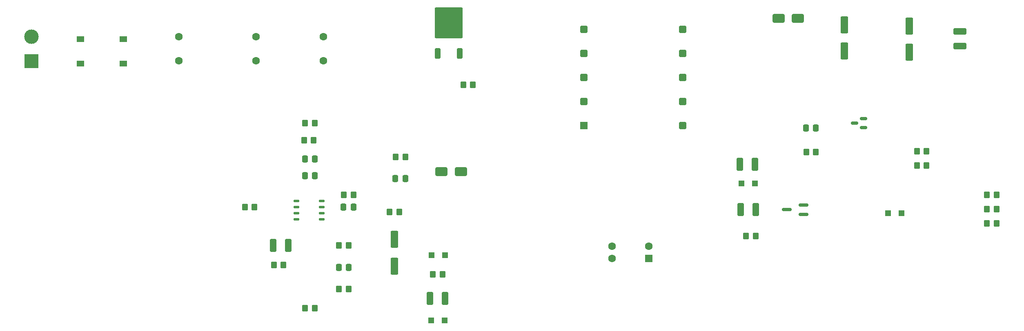
<source format=gbr>
%TF.GenerationSoftware,KiCad,Pcbnew,9.0.1*%
%TF.CreationDate,2025-04-24T14:38:41+02:00*%
%TF.ProjectId,flyback,666c7962-6163-46b2-9e6b-696361645f70,rev?*%
%TF.SameCoordinates,Original*%
%TF.FileFunction,Soldermask,Top*%
%TF.FilePolarity,Negative*%
%FSLAX46Y46*%
G04 Gerber Fmt 4.6, Leading zero omitted, Abs format (unit mm)*
G04 Created by KiCad (PCBNEW 9.0.1) date 2025-04-24 14:38:41*
%MOMM*%
%LPD*%
G01*
G04 APERTURE LIST*
G04 Aperture macros list*
%AMRoundRect*
0 Rectangle with rounded corners*
0 $1 Rounding radius*
0 $2 $3 $4 $5 $6 $7 $8 $9 X,Y pos of 4 corners*
0 Add a 4 corners polygon primitive as box body*
4,1,4,$2,$3,$4,$5,$6,$7,$8,$9,$2,$3,0*
0 Add four circle primitives for the rounded corners*
1,1,$1+$1,$2,$3*
1,1,$1+$1,$4,$5*
1,1,$1+$1,$6,$7*
1,1,$1+$1,$8,$9*
0 Add four rect primitives between the rounded corners*
20,1,$1+$1,$2,$3,$4,$5,0*
20,1,$1+$1,$4,$5,$6,$7,0*
20,1,$1+$1,$6,$7,$8,$9,0*
20,1,$1+$1,$8,$9,$2,$3,0*%
G04 Aperture macros list end*
%ADD10O,1.250000X0.549999*%
%ADD11RoundRect,0.250000X-0.337500X-0.475000X0.337500X-0.475000X0.337500X0.475000X-0.337500X0.475000X0*%
%ADD12RoundRect,0.250000X-0.350000X-0.450000X0.350000X-0.450000X0.350000X0.450000X-0.350000X0.450000X0*%
%ADD13RoundRect,0.150000X0.587500X0.150000X-0.587500X0.150000X-0.587500X-0.150000X0.587500X-0.150000X0*%
%ADD14RoundRect,0.250000X0.350000X0.450000X-0.350000X0.450000X-0.350000X-0.450000X0.350000X-0.450000X0*%
%ADD15C,1.600000*%
%ADD16RoundRect,0.250000X0.550000X0.550000X-0.550000X0.550000X-0.550000X-0.550000X0.550000X-0.550000X0*%
%ADD17RoundRect,0.250000X0.412500X1.100000X-0.412500X1.100000X-0.412500X-1.100000X0.412500X-1.100000X0*%
%ADD18RoundRect,0.250000X-0.550000X1.500000X-0.550000X-1.500000X0.550000X-1.500000X0.550000X1.500000X0*%
%ADD19RoundRect,0.250000X-0.412500X-1.100000X0.412500X-1.100000X0.412500X1.100000X-0.412500X1.100000X0*%
%ADD20R,1.200000X1.200000*%
%ADD21RoundRect,0.250000X-1.100000X0.412500X-1.100000X-0.412500X1.100000X-0.412500X1.100000X0.412500X0*%
%ADD22RoundRect,0.225000X-0.525000X-0.525000X0.525000X-0.525000X0.525000X0.525000X-0.525000X0.525000X0*%
%ADD23R,1.500000X1.500000*%
%ADD24RoundRect,0.162500X0.837500X0.162500X-0.837500X0.162500X-0.837500X-0.162500X0.837500X-0.162500X0*%
%ADD25RoundRect,0.250000X-1.000000X-0.650000X1.000000X-0.650000X1.000000X0.650000X-1.000000X0.650000X0*%
%ADD26R,3.000000X3.000000*%
%ADD27C,3.000000*%
%ADD28RoundRect,0.250000X0.350000X-0.850000X0.350000X0.850000X-0.350000X0.850000X-0.350000X-0.850000X0*%
%ADD29RoundRect,0.249997X2.650003X-2.950003X2.650003X2.950003X-2.650003X2.950003X-2.650003X-2.950003X0*%
%ADD30R,1.500000X1.300000*%
%ADD31RoundRect,0.250000X0.337500X0.475000X-0.337500X0.475000X-0.337500X-0.475000X0.337500X-0.475000X0*%
G04 APERTURE END LIST*
D10*
%TO.C,U1*%
X99625001Y-96405000D03*
X99625001Y-95135000D03*
X99625001Y-93865000D03*
X99625001Y-92595000D03*
X94375001Y-92595000D03*
X94375001Y-93865000D03*
X94375001Y-95135000D03*
X94375001Y-96405000D03*
%TD*%
D11*
%TO.C,C10*%
X202125000Y-77450000D03*
X200050000Y-77450000D03*
%TD*%
D12*
%TO.C,R15*%
X239625000Y-97250000D03*
X237625000Y-97250000D03*
%TD*%
D13*
%TO.C,U3*%
X210125000Y-76450000D03*
X212000000Y-75500000D03*
X212000000Y-77400000D03*
%TD*%
D14*
%TO.C,R12*%
X200125000Y-82450000D03*
X202125000Y-82450000D03*
%TD*%
D12*
%TO.C,R11*%
X189625000Y-99950000D03*
X187625000Y-99950000D03*
%TD*%
%TO.C,R13*%
X239625000Y-91350000D03*
X237625000Y-91350000D03*
%TD*%
%TO.C,R14*%
X239625000Y-94300000D03*
X237625000Y-94300000D03*
%TD*%
D15*
%TO.C,U2*%
X159880000Y-104540000D03*
X159880000Y-102000000D03*
X167500000Y-102000000D03*
D16*
X167500000Y-104540000D03*
%TD*%
D17*
%TO.C,C12*%
X186500000Y-94450000D03*
X189625000Y-94450000D03*
%TD*%
D18*
%TO.C,C14*%
X208000000Y-61500000D03*
X208000000Y-56100000D03*
%TD*%
D19*
%TO.C,C11*%
X189500000Y-85000000D03*
X186375000Y-85000000D03*
%TD*%
D20*
%TO.C,D6*%
X219902500Y-95200000D03*
X217102500Y-95200000D03*
%TD*%
D12*
%TO.C,R17*%
X225067500Y-85250000D03*
X223067500Y-85250000D03*
%TD*%
D18*
%TO.C,C15*%
X221500000Y-61700000D03*
X221500000Y-56300000D03*
%TD*%
D12*
%TO.C,R16*%
X225067500Y-82300000D03*
X223067500Y-82300000D03*
%TD*%
D21*
%TO.C,C16*%
X232000000Y-60500000D03*
X232000000Y-57375000D03*
%TD*%
D22*
%TO.C,U4*%
X154000000Y-57000000D03*
X154000000Y-62000000D03*
X154000000Y-67000000D03*
X154000000Y-72000000D03*
D23*
X154000000Y-77000000D03*
D22*
X174500000Y-77000000D03*
X174500000Y-72000000D03*
X174500000Y-67000000D03*
X174500000Y-62000000D03*
X174500000Y-57000000D03*
%TD*%
D24*
%TO.C,Q2*%
X196125000Y-94450000D03*
X199545000Y-93500000D03*
X199545000Y-95400000D03*
%TD*%
D20*
%TO.C,D3*%
X189500000Y-89000000D03*
X186700000Y-89000000D03*
%TD*%
D25*
%TO.C,D4*%
X198375000Y-54735000D03*
X194375000Y-54735000D03*
%TD*%
D19*
%TO.C,C17*%
X89600000Y-101905000D03*
X92725000Y-101905000D03*
%TD*%
D26*
%TO.C,J1*%
X39500000Y-63580000D03*
D27*
X39500000Y-58500000D03*
%TD*%
D14*
%TO.C,R19*%
X124725000Y-107905000D03*
X122725000Y-107905000D03*
%TD*%
D20*
%TO.C,D7*%
X122425000Y-103905000D03*
X125225000Y-103905000D03*
%TD*%
D25*
%TO.C,D5*%
X124500000Y-86500000D03*
X128500000Y-86500000D03*
%TD*%
D12*
%TO.C,R18*%
X115000000Y-83500000D03*
X117000000Y-83500000D03*
%TD*%
D11*
%TO.C,C13*%
X114925000Y-88000000D03*
X117000000Y-88000000D03*
%TD*%
D12*
%TO.C,R10*%
X104225000Y-91405000D03*
X106225000Y-91405000D03*
%TD*%
%TO.C,R9*%
X96000000Y-80000000D03*
X98000000Y-80000000D03*
%TD*%
%TO.C,R8*%
X96225000Y-76500000D03*
X98225000Y-76500000D03*
%TD*%
%TO.C,R7*%
X129000000Y-68500000D03*
X131000000Y-68500000D03*
%TD*%
D28*
%TO.C,Q1*%
X128305000Y-61975000D03*
D29*
X126025000Y-55675000D03*
D28*
X123745000Y-61975000D03*
%TD*%
D20*
%TO.C,D2*%
X125125000Y-117405000D03*
X122325000Y-117405000D03*
%TD*%
D30*
%TO.C,D1*%
X58500000Y-64100000D03*
X58500000Y-59000000D03*
X49600000Y-59000000D03*
X49600000Y-64100000D03*
%TD*%
D18*
%TO.C,C9*%
X114725000Y-100605000D03*
X114725000Y-106205000D03*
%TD*%
D15*
%TO.C,C8*%
X100000000Y-63500000D03*
X100000000Y-58500000D03*
%TD*%
%TO.C,C7*%
X86000000Y-63500000D03*
X86000000Y-58500000D03*
%TD*%
%TO.C,C6*%
X70000000Y-63500000D03*
X70000000Y-58500000D03*
%TD*%
D11*
%TO.C,C5*%
X104150000Y-93905000D03*
X106225000Y-93905000D03*
%TD*%
D12*
%TO.C,R6*%
X113725000Y-94905000D03*
X115725000Y-94905000D03*
%TD*%
D14*
%TO.C,R5*%
X98225000Y-114905000D03*
X96225000Y-114905000D03*
%TD*%
D12*
%TO.C,R4*%
X103225000Y-110905000D03*
X105225000Y-110905000D03*
%TD*%
%TO.C,R3*%
X83725000Y-93905000D03*
X85725000Y-93905000D03*
%TD*%
D14*
%TO.C,R2*%
X105225000Y-101905000D03*
X103225000Y-101905000D03*
%TD*%
D12*
%TO.C,R1*%
X89725000Y-105905000D03*
X91725000Y-105905000D03*
%TD*%
D17*
%TO.C,C4*%
X125225000Y-112905000D03*
X122100000Y-112905000D03*
%TD*%
D31*
%TO.C,C3*%
X105262500Y-106405000D03*
X103187500Y-106405000D03*
%TD*%
%TO.C,C2*%
X98262500Y-83905000D03*
X96187500Y-83905000D03*
%TD*%
%TO.C,C1*%
X98262500Y-87405000D03*
X96187500Y-87405000D03*
%TD*%
M02*

</source>
